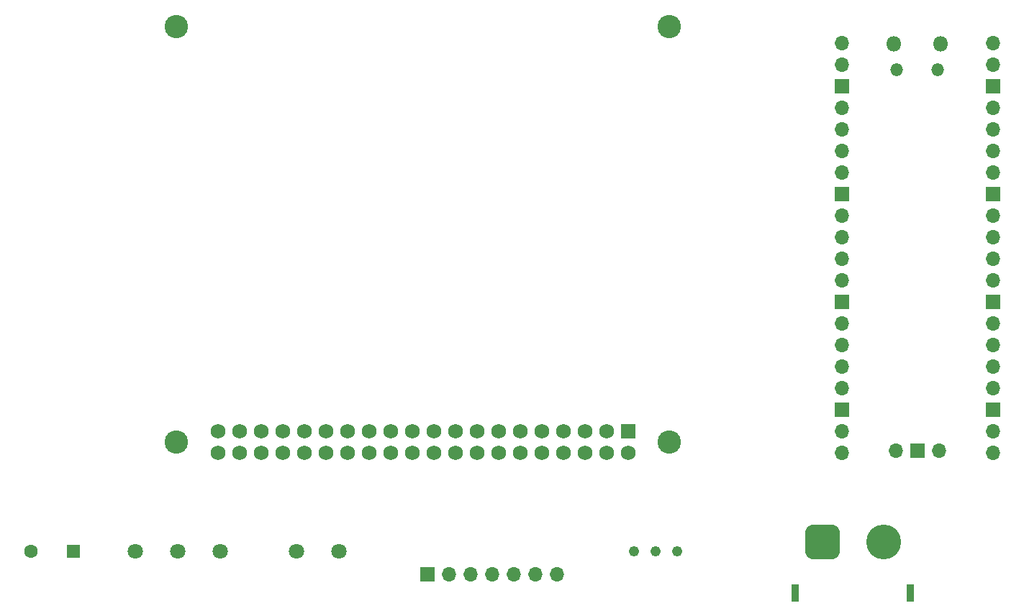
<source format=gbr>
%TF.GenerationSoftware,KiCad,Pcbnew,7.0.10*%
%TF.CreationDate,2024-01-30T18:20:02-08:00*%
%TF.ProjectId,pcb-1,7063622d-312e-46b6-9963-61645f706362,rev?*%
%TF.SameCoordinates,Original*%
%TF.FileFunction,Soldermask,Bot*%
%TF.FilePolarity,Negative*%
%FSLAX46Y46*%
G04 Gerber Fmt 4.6, Leading zero omitted, Abs format (unit mm)*
G04 Created by KiCad (PCBNEW 7.0.10) date 2024-01-30 18:20:02*
%MOMM*%
%LPD*%
G01*
G04 APERTURE LIST*
G04 Aperture macros list*
%AMRoundRect*
0 Rectangle with rounded corners*
0 $1 Rounding radius*
0 $2 $3 $4 $5 $6 $7 $8 $9 X,Y pos of 4 corners*
0 Add a 4 corners polygon primitive as box body*
4,1,4,$2,$3,$4,$5,$6,$7,$8,$9,$2,$3,0*
0 Add four circle primitives for the rounded corners*
1,1,$1+$1,$2,$3*
1,1,$1+$1,$4,$5*
1,1,$1+$1,$6,$7*
1,1,$1+$1,$8,$9*
0 Add four rect primitives between the rounded corners*
20,1,$1+$1,$2,$3,$4,$5,0*
20,1,$1+$1,$4,$5,$6,$7,0*
20,1,$1+$1,$6,$7,$8,$9,0*
20,1,$1+$1,$8,$9,$2,$3,0*%
G04 Aperture macros list end*
%ADD10R,1.600000X1.600000*%
%ADD11C,1.600000*%
%ADD12C,2.750000*%
%ADD13R,1.750000X1.750000*%
%ADD14C,1.750000*%
%ADD15R,1.700000X1.700000*%
%ADD16O,1.700000X1.700000*%
%ADD17O,1.800000X1.800000*%
%ADD18O,1.500000X1.500000*%
%ADD19C,1.803400*%
%ADD20C,1.219200*%
%ADD21R,0.900000X2.000000*%
%ADD22RoundRect,1.025000X1.025000X1.025000X-1.025000X1.025000X-1.025000X-1.025000X1.025000X-1.025000X0*%
%ADD23C,4.100000*%
G04 APERTURE END LIST*
D10*
%TO.C,C1*%
X91258934Y-127793750D03*
D11*
X86258934Y-127793750D03*
%TD*%
D12*
%TO.C,J1*%
X161370000Y-114980000D03*
X161370000Y-65980000D03*
X103370000Y-114980000D03*
X103370000Y-65980000D03*
D13*
X156500000Y-113710000D03*
D14*
X156500000Y-116250000D03*
X153960000Y-113710000D03*
X153960000Y-116250000D03*
X151420000Y-113710000D03*
X151420000Y-116250000D03*
X148880000Y-113710000D03*
X148880000Y-116250000D03*
X146340000Y-113710000D03*
X146340000Y-116250000D03*
X143800000Y-113710000D03*
X143800000Y-116250000D03*
X141260000Y-113710000D03*
X141260000Y-116250000D03*
X138720000Y-113710000D03*
X138720000Y-116250000D03*
X136180000Y-113710000D03*
X136180000Y-116250000D03*
X133640000Y-113710000D03*
X133640000Y-116250000D03*
X131100000Y-113710000D03*
X131100000Y-116250000D03*
X128560000Y-113710000D03*
X128560000Y-116250000D03*
X126020000Y-113710000D03*
X126020000Y-116250000D03*
X123480000Y-113710000D03*
X123480000Y-116250000D03*
X120940000Y-113710000D03*
X120940000Y-116250000D03*
X118400000Y-113710000D03*
X118400000Y-116250000D03*
X115860000Y-113710000D03*
X115860000Y-116250000D03*
X113320000Y-113710000D03*
X113320000Y-116250000D03*
X110780000Y-113710000D03*
X110780000Y-116250000D03*
X108240000Y-113710000D03*
X108240000Y-116250000D03*
%TD*%
D15*
%TO.C,J3*%
X132868750Y-130500000D03*
D16*
X135408750Y-130500000D03*
X137948750Y-130500000D03*
X140488750Y-130500000D03*
X143028750Y-130500000D03*
X145568750Y-130500000D03*
X148108750Y-130500000D03*
%TD*%
D17*
%TO.C,U1*%
X187775000Y-68075000D03*
D18*
X188075000Y-71105000D03*
X192925000Y-71105000D03*
D17*
X193225000Y-68075000D03*
D16*
X181610000Y-67945000D03*
X181610000Y-70485000D03*
D15*
X181610000Y-73025000D03*
D16*
X181610000Y-75565000D03*
X181610000Y-78105000D03*
X181610000Y-80645000D03*
X181610000Y-83185000D03*
D15*
X181610000Y-85725000D03*
D16*
X181610000Y-88265000D03*
X181610000Y-90805000D03*
X181610000Y-93345000D03*
X181610000Y-95885000D03*
D15*
X181610000Y-98425000D03*
D16*
X181610000Y-100965000D03*
X181610000Y-103505000D03*
X181610000Y-106045000D03*
X181610000Y-108585000D03*
D15*
X181610000Y-111125000D03*
D16*
X181610000Y-113665000D03*
X181610000Y-116205000D03*
X199390000Y-116205000D03*
X199390000Y-113665000D03*
D15*
X199390000Y-111125000D03*
D16*
X199390000Y-108585000D03*
X199390000Y-106045000D03*
X199390000Y-103505000D03*
X199390000Y-100965000D03*
D15*
X199390000Y-98425000D03*
D16*
X199390000Y-95885000D03*
X199390000Y-93345000D03*
X199390000Y-90805000D03*
X199390000Y-88265000D03*
D15*
X199390000Y-85725000D03*
D16*
X199390000Y-83185000D03*
X199390000Y-80645000D03*
X199390000Y-78105000D03*
X199390000Y-75565000D03*
D15*
X199390000Y-73025000D03*
D16*
X199390000Y-70485000D03*
X199390000Y-67945000D03*
X187960000Y-115975000D03*
D15*
X190500000Y-115975000D03*
D16*
X193040000Y-115975000D03*
%TD*%
D19*
%TO.C,J2*%
X98498650Y-127793750D03*
X103498650Y-127793750D03*
X108498650Y-127793750D03*
%TD*%
D20*
%TO.C,U2*%
X162242500Y-127793750D03*
X159702500Y-127793750D03*
X157162500Y-127793750D03*
%TD*%
D21*
%TO.C,J5*%
X189681250Y-132700000D03*
X176181250Y-132700000D03*
D22*
X179331250Y-126700000D03*
D23*
X186531250Y-126700000D03*
%TD*%
D19*
%TO.C,J4*%
X117475000Y-127793750D03*
X122475000Y-127793750D03*
%TD*%
M02*

</source>
